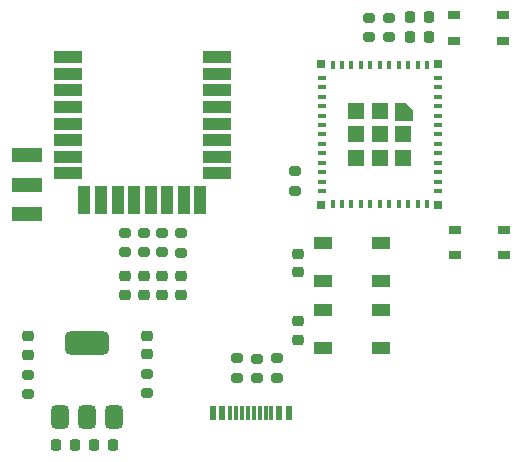
<source format=gbr>
%TF.GenerationSoftware,KiCad,Pcbnew,8.0.1*%
%TF.CreationDate,2024-04-06T15:46:48-07:00*%
%TF.ProjectId,Hardware,48617264-7761-4726-952e-6b696361645f,rev?*%
%TF.SameCoordinates,Original*%
%TF.FileFunction,Paste,Top*%
%TF.FilePolarity,Positive*%
%FSLAX46Y46*%
G04 Gerber Fmt 4.6, Leading zero omitted, Abs format (unit mm)*
G04 Created by KiCad (PCBNEW 8.0.1) date 2024-04-06 15:46:48*
%MOMM*%
%LPD*%
G01*
G04 APERTURE LIST*
G04 Aperture macros list*
%AMRoundRect*
0 Rectangle with rounded corners*
0 $1 Rounding radius*
0 $2 $3 $4 $5 $6 $7 $8 $9 X,Y pos of 4 corners*
0 Add a 4 corners polygon primitive as box body*
4,1,4,$2,$3,$4,$5,$6,$7,$8,$9,$2,$3,0*
0 Add four circle primitives for the rounded corners*
1,1,$1+$1,$2,$3*
1,1,$1+$1,$4,$5*
1,1,$1+$1,$6,$7*
1,1,$1+$1,$8,$9*
0 Add four rect primitives between the rounded corners*
20,1,$1+$1,$2,$3,$4,$5,0*
20,1,$1+$1,$4,$5,$6,$7,0*
20,1,$1+$1,$6,$7,$8,$9,0*
20,1,$1+$1,$8,$9,$2,$3,0*%
G04 Aperture macros list end*
%ADD10C,0.010000*%
%ADD11R,1.500000X1.000000*%
%ADD12R,0.400000X0.800000*%
%ADD13R,0.800000X0.400000*%
%ADD14R,1.450000X1.450000*%
%ADD15R,0.700000X0.700000*%
%ADD16RoundRect,0.225000X0.225000X0.250000X-0.225000X0.250000X-0.225000X-0.250000X0.225000X-0.250000X0*%
%ADD17RoundRect,0.200000X-0.275000X0.200000X-0.275000X-0.200000X0.275000X-0.200000X0.275000X0.200000X0*%
%ADD18R,1.050000X0.650000*%
%ADD19RoundRect,0.200000X0.275000X-0.200000X0.275000X0.200000X-0.275000X0.200000X-0.275000X-0.200000X0*%
%ADD20RoundRect,0.225000X-0.225000X-0.250000X0.225000X-0.250000X0.225000X0.250000X-0.225000X0.250000X0*%
%ADD21RoundRect,0.218750X0.256250X-0.218750X0.256250X0.218750X-0.256250X0.218750X-0.256250X-0.218750X0*%
%ADD22R,2.500000X1.200000*%
%ADD23R,0.600000X1.150000*%
%ADD24R,0.300000X1.150000*%
%ADD25RoundRect,0.225000X0.250000X-0.225000X0.250000X0.225000X-0.250000X0.225000X-0.250000X-0.225000X0*%
%ADD26R,2.450000X1.000000*%
%ADD27R,1.000000X2.450000*%
%ADD28RoundRect,0.218750X-0.256250X0.218750X-0.256250X-0.218750X0.256250X-0.218750X0.256250X0.218750X0*%
%ADD29RoundRect,0.375000X0.375000X-0.625000X0.375000X0.625000X-0.375000X0.625000X-0.375000X-0.625000X0*%
%ADD30RoundRect,0.500000X1.400000X-0.500000X1.400000X0.500000X-1.400000X0.500000X-1.400000X-0.500000X0*%
G04 APERTURE END LIST*
D10*
%TO.C,U1*%
X139300000Y-61625000D02*
X139300000Y-62475000D01*
X137850000Y-62475000D01*
X137850000Y-61025000D01*
X138700000Y-61025000D01*
X139300000Y-61625000D01*
G36*
X139300000Y-61625000D02*
G01*
X139300000Y-62475000D01*
X137850000Y-62475000D01*
X137850000Y-61025000D01*
X138700000Y-61025000D01*
X139300000Y-61625000D01*
G37*
%TD*%
D11*
%TO.C,D5*%
X136700000Y-76100000D03*
X136700000Y-72900000D03*
X131800000Y-72900000D03*
X131800000Y-76100000D03*
%TD*%
D12*
%TO.C,U1*%
X140600000Y-57825000D03*
X139800000Y-57825000D03*
X139000000Y-57825000D03*
X138200000Y-57825000D03*
X137400000Y-57825000D03*
X136600000Y-57825000D03*
X135800000Y-57825000D03*
X135000000Y-57825000D03*
X134200000Y-57825000D03*
X133400000Y-57825000D03*
X132600000Y-57825000D03*
D13*
X131700000Y-58925000D03*
X131700000Y-59725000D03*
X131700000Y-60525000D03*
X131700000Y-61325000D03*
X131700000Y-62125000D03*
X131700000Y-62925000D03*
X131700000Y-63725000D03*
X131700000Y-64525000D03*
X131700000Y-65325000D03*
X131700000Y-66125000D03*
X131700000Y-66925000D03*
X131700000Y-67725000D03*
X131700000Y-68525000D03*
D12*
X132600000Y-69625000D03*
X133400000Y-69625000D03*
X134200000Y-69625000D03*
X135000000Y-69625000D03*
X135800000Y-69625000D03*
X136600000Y-69625000D03*
X137400000Y-69625000D03*
X138200000Y-69625000D03*
X139000000Y-69625000D03*
X139800000Y-69625000D03*
X140600000Y-69625000D03*
D13*
X141500000Y-68525000D03*
X141500000Y-67725000D03*
X141500000Y-66925000D03*
X141500000Y-66125000D03*
X141500000Y-65325000D03*
X141500000Y-64525000D03*
X141500000Y-63725000D03*
X141500000Y-62925000D03*
X141500000Y-62125000D03*
X141500000Y-61325000D03*
X141500000Y-60525000D03*
X141500000Y-59725000D03*
X141500000Y-58925000D03*
D14*
X138575000Y-63725000D03*
X138575000Y-65700000D03*
X136600000Y-65700000D03*
X134625000Y-65700000D03*
X134625000Y-63725000D03*
X134625000Y-61750000D03*
X136600000Y-61750000D03*
X136600000Y-63725000D03*
D15*
X141550000Y-69675000D03*
X131650000Y-69675000D03*
X131650000Y-57775000D03*
X141550000Y-57775000D03*
%TD*%
D16*
%TO.C,C6*%
X110775000Y-90050000D03*
X109225000Y-90050000D03*
%TD*%
D17*
%TO.C,R8*%
X137400000Y-53825000D03*
X137400000Y-55475000D03*
%TD*%
D11*
%TO.C,D6*%
X136700000Y-81800000D03*
X136700000Y-78600000D03*
X131800000Y-78600000D03*
X131800000Y-81800000D03*
%TD*%
D18*
%TO.C,SW2*%
X142950000Y-71800000D03*
X147100000Y-71800000D03*
X142950000Y-73950000D03*
X147100000Y-73950000D03*
%TD*%
D17*
%TO.C,R7*%
X115000000Y-72050000D03*
X115000000Y-73700000D03*
%TD*%
D19*
%TO.C,R11*%
X116900000Y-85650000D03*
X116900000Y-84000000D03*
%TD*%
D17*
%TO.C,R6*%
X116600000Y-72050000D03*
X116600000Y-73700000D03*
%TD*%
D20*
%TO.C,C2*%
X139200000Y-53750000D03*
X140750000Y-53750000D03*
%TD*%
D21*
%TO.C,D1*%
X119800000Y-77300000D03*
X119800000Y-75725000D03*
%TD*%
D22*
%TO.C,S1*%
X106750000Y-65500000D03*
X106750000Y-68000000D03*
X106750000Y-70500000D03*
%TD*%
D19*
%TO.C,R2*%
X124500000Y-84325000D03*
X124500000Y-82675000D03*
%TD*%
D21*
%TO.C,D4*%
X115000000Y-77287500D03*
X115000000Y-75712500D03*
%TD*%
D19*
%TO.C,R12*%
X106825000Y-85700000D03*
X106825000Y-84050000D03*
%TD*%
D23*
%TO.C,J1*%
X122480000Y-87345000D03*
X123280000Y-87345000D03*
D24*
X124430000Y-87345000D03*
X125430000Y-87345000D03*
X125930000Y-87345000D03*
X126930000Y-87345000D03*
D23*
X128880000Y-87345000D03*
X128080000Y-87345000D03*
D24*
X127430000Y-87345000D03*
X126430000Y-87345000D03*
X124930000Y-87345000D03*
X123930000Y-87345000D03*
%TD*%
D21*
%TO.C,D3*%
X116600000Y-77287500D03*
X116600000Y-75712500D03*
%TD*%
D25*
%TO.C,C4*%
X129700000Y-81100000D03*
X129700000Y-79550000D03*
%TD*%
D21*
%TO.C,D2*%
X118200000Y-77287500D03*
X118200000Y-75712500D03*
%TD*%
D19*
%TO.C,R3*%
X126200000Y-84350000D03*
X126200000Y-82700000D03*
%TD*%
D26*
%TO.C,DWM1*%
X110200000Y-57201200D03*
X110200000Y-58601200D03*
X110200000Y-60001200D03*
X110200000Y-61401200D03*
X110200000Y-62801200D03*
X110200000Y-64201200D03*
X110200000Y-65601200D03*
X110200000Y-67001200D03*
D27*
X111600000Y-69296200D03*
X113000000Y-69296200D03*
X114400000Y-69296200D03*
X115800000Y-69296200D03*
X117200000Y-69296200D03*
X118600000Y-69296200D03*
X120000000Y-69296200D03*
X121400000Y-69296200D03*
D26*
X122800000Y-67000000D03*
X122800000Y-65600000D03*
X122800000Y-64201200D03*
X122800000Y-62801200D03*
X122800000Y-61401200D03*
X122800000Y-60001200D03*
X122800000Y-58601200D03*
X122800000Y-57201200D03*
%TD*%
D17*
%TO.C,R5*%
X118200000Y-72050000D03*
X118200000Y-73700000D03*
%TD*%
D28*
%TO.C,D8*%
X106825000Y-80812500D03*
X106825000Y-82387500D03*
%TD*%
D18*
%TO.C,SW1*%
X142925000Y-53625000D03*
X147075000Y-53625000D03*
X142925000Y-55775000D03*
X147075000Y-55775000D03*
%TD*%
D28*
%TO.C,D7*%
X116900000Y-80750000D03*
X116900000Y-82325000D03*
%TD*%
D16*
%TO.C,C5*%
X113975000Y-90050000D03*
X112425000Y-90050000D03*
%TD*%
D19*
%TO.C,R9*%
X129400000Y-68500000D03*
X129400000Y-66850000D03*
%TD*%
D20*
%TO.C,C1*%
X139200000Y-55450000D03*
X140750000Y-55450000D03*
%TD*%
D19*
%TO.C,R1*%
X127900000Y-84325000D03*
X127900000Y-82675000D03*
%TD*%
D29*
%TO.C,U3*%
X109500000Y-87650000D03*
X111800000Y-87650000D03*
D30*
X111800000Y-81350000D03*
D29*
X114100000Y-87650000D03*
%TD*%
D17*
%TO.C,R4*%
X119800000Y-72075000D03*
X119800000Y-73725000D03*
%TD*%
%TO.C,R10*%
X135700000Y-53825000D03*
X135700000Y-55475000D03*
%TD*%
D25*
%TO.C,C3*%
X129700000Y-75375000D03*
X129700000Y-73825000D03*
%TD*%
M02*

</source>
